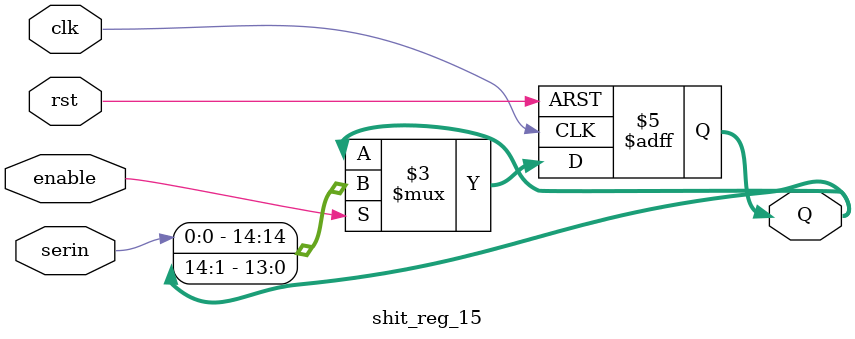
<source format=v>
`timescale 1ns / 1ps


module shit_reg_15(
    input serin,
    output reg [14:0] Q,
    input clk,
    input enable,
    input rst
    );
    
   always@(posedge rst or posedge clk)
   begin
        if (rst)
            Q <= 15'b00;
        else
            if(enable)
                Q <= {serin,Q[14:1]};
            else
                Q <= Q;
   end
    
endmodule

</source>
